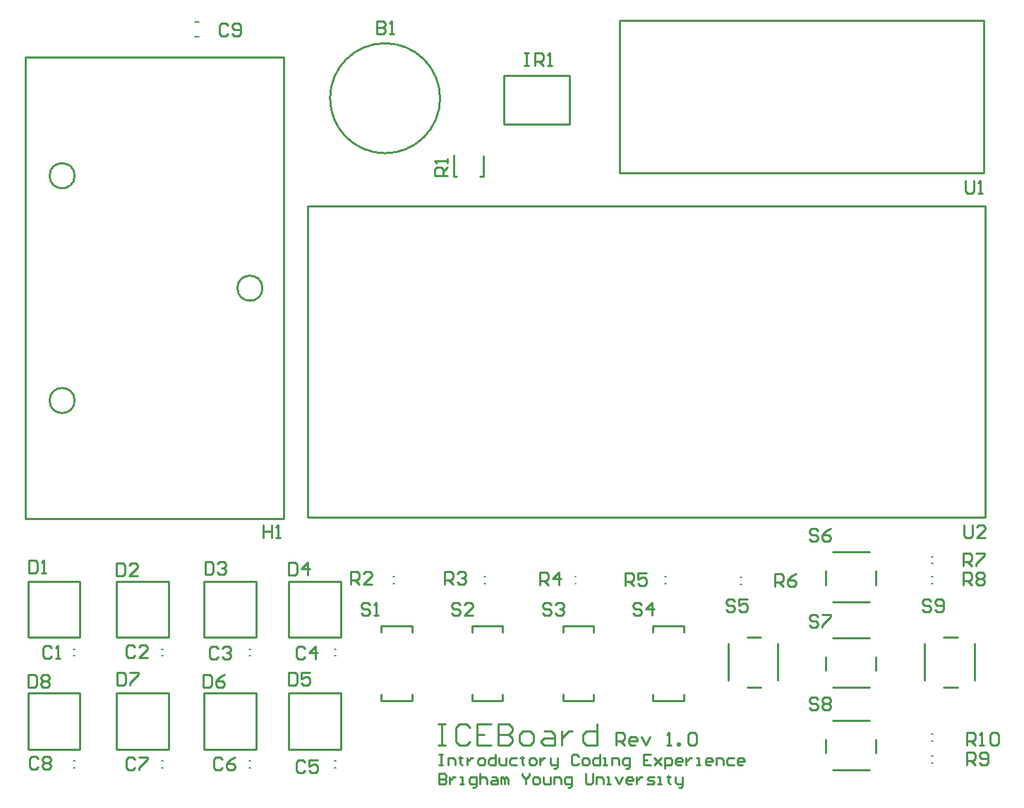
<source format=gto>
G04*
G04 #@! TF.GenerationSoftware,Altium Limited,Altium Designer,19.1.8 (144)*
G04*
G04 Layer_Color=65535*
%FSLAX24Y24*%
%MOIN*%
G70*
G01*
G75*
%ADD10C,0.0100*%
%ADD11C,0.0079*%
D10*
X3370Y29291D02*
G03*
X3370Y29291I-591J0D01*
G01*
X12240Y23980D02*
G03*
X12240Y23980I-591J0D01*
G01*
X3370Y18673D02*
G03*
X3370Y18673I-591J0D01*
G01*
X20630Y32953D02*
G03*
X20630Y32953I-2598J0D01*
G01*
X29101Y29439D02*
Y36639D01*
Y29439D02*
X46301D01*
Y36639D01*
X29101D02*
X46301D01*
X22520Y29250D02*
X22668D01*
Y30236D01*
X21268Y29264D02*
Y30250D01*
X21270Y29250D02*
X21418D01*
X34228Y5444D02*
Y7194D01*
X35128Y5128D02*
X35778D01*
X36578Y5444D02*
Y7194D01*
X35128Y7494D02*
X35778D01*
X41215Y9970D02*
Y10620D01*
X39165Y9170D02*
X40915D01*
X38848Y9970D02*
Y10620D01*
X39165Y11520D02*
X40915D01*
X39165Y7465D02*
X40915D01*
X38848Y5915D02*
Y6565D01*
X39165Y5115D02*
X40915D01*
X41215Y5915D02*
Y6565D01*
Y2018D02*
Y2668D01*
X39165Y1218D02*
X40915D01*
X38848Y2018D02*
Y2668D01*
X39165Y3568D02*
X40915D01*
X43519Y5444D02*
Y7194D01*
X44419Y5128D02*
X45069D01*
X45869Y5444D02*
Y7194D01*
X44419Y7494D02*
X45069D01*
X17846Y4476D02*
Y4776D01*
Y4476D02*
X19296D01*
Y4776D01*
X17846Y8026D02*
X19296D01*
X17846Y7726D02*
Y8026D01*
X19296Y7726D02*
Y8026D01*
X23587Y7726D02*
Y8026D01*
X22137Y7726D02*
Y8026D01*
X23587D01*
Y4476D02*
Y4776D01*
X22137Y4476D02*
X23587D01*
X22137D02*
Y4776D01*
X26428Y4476D02*
Y4776D01*
Y4476D02*
X27878D01*
Y4776D01*
X26428Y8026D02*
X27878D01*
X26428Y7726D02*
Y8026D01*
X27878Y7726D02*
Y8026D01*
X32130Y7726D02*
Y8026D01*
X30680Y7726D02*
Y8026D01*
X32130D01*
Y4476D02*
Y4776D01*
X30680Y4476D02*
X32130D01*
X30680D02*
Y4776D01*
X14393Y27843D02*
X46393D01*
X46393Y13143D01*
X14393D02*
X46393D01*
X14393D02*
Y27843D01*
X1046Y13108D02*
Y34908D01*
X13246D01*
Y13108D02*
Y34908D01*
X1046Y13108D02*
X13246D01*
X1172Y7485D02*
X3622D01*
X1172D02*
Y10135D01*
X3622D01*
Y7485D02*
Y10135D01*
X7795Y7485D02*
Y10135D01*
X5345D02*
X7795D01*
X5345Y7485D02*
Y10135D01*
Y7485D02*
X7795D01*
X9479D02*
X11929D01*
X9479D02*
Y10135D01*
X11929D01*
Y7485D02*
Y10135D01*
X15944Y7485D02*
Y10135D01*
X13494D02*
X15944D01*
X13494Y7485D02*
Y10135D01*
Y7485D02*
X15944D01*
X13494Y2209D02*
X15944D01*
X13494D02*
Y4859D01*
X15944D01*
Y2209D02*
Y4859D01*
X11929Y2209D02*
Y4859D01*
X9479D02*
X11929D01*
X9479Y2209D02*
Y4859D01*
Y2209D02*
X11929D01*
X5345D02*
X7795D01*
X5345D02*
Y4859D01*
X7795D01*
Y2209D02*
Y4859D01*
X3622Y2209D02*
Y4859D01*
X1172D02*
X3622D01*
X1172Y2209D02*
Y4859D01*
Y2209D02*
X3622D01*
X23659Y31718D02*
X26759D01*
Y34018D01*
X23659D02*
X26759D01*
X23659Y31718D02*
Y34018D01*
X28937Y2402D02*
Y3001D01*
X29237D01*
X29337Y2901D01*
Y2701D01*
X29237Y2602D01*
X28937D01*
X29137D02*
X29337Y2402D01*
X29837D02*
X29637D01*
X29537Y2502D01*
Y2701D01*
X29637Y2801D01*
X29837D01*
X29937Y2701D01*
Y2602D01*
X29537D01*
X30137Y2801D02*
X30337Y2402D01*
X30536Y2801D01*
X31336Y2402D02*
X31536D01*
X31436D01*
Y3001D01*
X31336Y2901D01*
X31836Y2402D02*
Y2502D01*
X31936D01*
Y2402D01*
X31836D01*
X32336Y2901D02*
X32436Y3001D01*
X32636D01*
X32736Y2901D01*
Y2502D01*
X32636Y2402D01*
X32436D01*
X32336Y2502D01*
Y2901D01*
X20591Y1957D02*
X20757D01*
X20674D01*
Y1457D01*
X20591D01*
X20757D01*
X21007D02*
Y1790D01*
X21257D01*
X21340Y1707D01*
Y1457D01*
X21590Y1873D02*
Y1790D01*
X21507D01*
X21674D01*
X21590D01*
Y1540D01*
X21674Y1457D01*
X21923Y1790D02*
Y1457D01*
Y1623D01*
X22007Y1707D01*
X22090Y1790D01*
X22173D01*
X22507Y1457D02*
X22673D01*
X22757Y1540D01*
Y1707D01*
X22673Y1790D01*
X22507D01*
X22423Y1707D01*
Y1540D01*
X22507Y1457D01*
X23256Y1957D02*
Y1457D01*
X23006D01*
X22923Y1540D01*
Y1707D01*
X23006Y1790D01*
X23256D01*
X23423D02*
Y1540D01*
X23506Y1457D01*
X23756D01*
Y1790D01*
X24256D02*
X24006D01*
X23923Y1707D01*
Y1540D01*
X24006Y1457D01*
X24256D01*
X24506Y1873D02*
Y1790D01*
X24423D01*
X24589D01*
X24506D01*
Y1540D01*
X24589Y1457D01*
X24922D02*
X25089D01*
X25172Y1540D01*
Y1707D01*
X25089Y1790D01*
X24922D01*
X24839Y1707D01*
Y1540D01*
X24922Y1457D01*
X25339Y1790D02*
Y1457D01*
Y1623D01*
X25422Y1707D01*
X25506Y1790D01*
X25589D01*
X25839D02*
Y1540D01*
X25922Y1457D01*
X26172D01*
Y1373D01*
X26089Y1290D01*
X26005D01*
X26172Y1457D02*
Y1790D01*
X27172Y1873D02*
X27088Y1957D01*
X26922D01*
X26839Y1873D01*
Y1540D01*
X26922Y1457D01*
X27088D01*
X27172Y1540D01*
X27422Y1457D02*
X27588D01*
X27672Y1540D01*
Y1707D01*
X27588Y1790D01*
X27422D01*
X27338Y1707D01*
Y1540D01*
X27422Y1457D01*
X28171Y1957D02*
Y1457D01*
X27922D01*
X27838Y1540D01*
Y1707D01*
X27922Y1790D01*
X28171D01*
X28338Y1457D02*
X28505D01*
X28421D01*
Y1790D01*
X28338D01*
X28755Y1457D02*
Y1790D01*
X29004D01*
X29088Y1707D01*
Y1457D01*
X29421Y1290D02*
X29504D01*
X29588Y1373D01*
Y1790D01*
X29338D01*
X29254Y1707D01*
Y1540D01*
X29338Y1457D01*
X29588D01*
X30587Y1957D02*
X30254D01*
Y1457D01*
X30587D01*
X30254Y1707D02*
X30421D01*
X30754Y1790D02*
X31087Y1457D01*
X30921Y1623D01*
X31087Y1790D01*
X30754Y1457D01*
X31254Y1290D02*
Y1790D01*
X31504D01*
X31587Y1707D01*
Y1540D01*
X31504Y1457D01*
X31254D01*
X32004D02*
X31837D01*
X31754Y1540D01*
Y1707D01*
X31837Y1790D01*
X32004D01*
X32087Y1707D01*
Y1623D01*
X31754D01*
X32253Y1790D02*
Y1457D01*
Y1623D01*
X32337Y1707D01*
X32420Y1790D01*
X32503D01*
X32753Y1457D02*
X32920D01*
X32837D01*
Y1790D01*
X32753D01*
X33420Y1457D02*
X33253D01*
X33170Y1540D01*
Y1707D01*
X33253Y1790D01*
X33420D01*
X33503Y1707D01*
Y1623D01*
X33170D01*
X33670Y1457D02*
Y1790D01*
X33920D01*
X34003Y1707D01*
Y1457D01*
X34503Y1790D02*
X34253D01*
X34169Y1707D01*
Y1540D01*
X34253Y1457D01*
X34503D01*
X34919D02*
X34753D01*
X34669Y1540D01*
Y1707D01*
X34753Y1790D01*
X34919D01*
X35003Y1707D01*
Y1623D01*
X34669D01*
X20591Y1051D02*
Y551D01*
X20840D01*
X20924Y634D01*
Y718D01*
X20840Y801D01*
X20591D01*
X20840D01*
X20924Y884D01*
Y968D01*
X20840Y1051D01*
X20591D01*
X21090Y884D02*
Y551D01*
Y718D01*
X21174Y801D01*
X21257Y884D01*
X21340D01*
X21590Y551D02*
X21757D01*
X21674D01*
Y884D01*
X21590D01*
X22173Y385D02*
X22257D01*
X22340Y468D01*
Y884D01*
X22090D01*
X22007Y801D01*
Y634D01*
X22090Y551D01*
X22340D01*
X22507Y1051D02*
Y551D01*
Y801D01*
X22590Y884D01*
X22757D01*
X22840Y801D01*
Y551D01*
X23090Y884D02*
X23256D01*
X23340Y801D01*
Y551D01*
X23090D01*
X23006Y634D01*
X23090Y718D01*
X23340D01*
X23506Y551D02*
Y884D01*
X23590D01*
X23673Y801D01*
Y551D01*
Y801D01*
X23756Y884D01*
X23839Y801D01*
Y551D01*
X24506Y1051D02*
Y968D01*
X24673Y801D01*
X24839Y968D01*
Y1051D01*
X24673Y801D02*
Y551D01*
X25089D02*
X25256D01*
X25339Y634D01*
Y801D01*
X25256Y884D01*
X25089D01*
X25006Y801D01*
Y634D01*
X25089Y551D01*
X25506Y884D02*
Y634D01*
X25589Y551D01*
X25839D01*
Y884D01*
X26005Y551D02*
Y884D01*
X26255D01*
X26339Y801D01*
Y551D01*
X26672Y385D02*
X26755D01*
X26839Y468D01*
Y884D01*
X26589D01*
X26505Y801D01*
Y634D01*
X26589Y551D01*
X26839D01*
X27505Y1051D02*
Y634D01*
X27588Y551D01*
X27755D01*
X27838Y634D01*
Y1051D01*
X28005Y551D02*
Y884D01*
X28255D01*
X28338Y801D01*
Y551D01*
X28505D02*
X28671D01*
X28588D01*
Y884D01*
X28505D01*
X28921D02*
X29088Y551D01*
X29254Y884D01*
X29671Y551D02*
X29504D01*
X29421Y634D01*
Y801D01*
X29504Y884D01*
X29671D01*
X29754Y801D01*
Y718D01*
X29421D01*
X29921Y884D02*
Y551D01*
Y718D01*
X30004Y801D01*
X30087Y884D01*
X30171D01*
X30421Y551D02*
X30671D01*
X30754Y634D01*
X30671Y718D01*
X30504D01*
X30421Y801D01*
X30504Y884D01*
X30754D01*
X30921Y551D02*
X31087D01*
X31004D01*
Y884D01*
X30921D01*
X31420Y968D02*
Y884D01*
X31337D01*
X31504D01*
X31420D01*
Y634D01*
X31504Y551D01*
X31754Y884D02*
Y634D01*
X31837Y551D01*
X32087D01*
Y468D01*
X32004Y385D01*
X31920D01*
X32087Y551D02*
Y884D01*
X20551Y3401D02*
X20884D01*
X20718D01*
Y2402D01*
X20551D01*
X20884D01*
X22051Y3235D02*
X21884Y3401D01*
X21551D01*
X21384Y3235D01*
Y2568D01*
X21551Y2402D01*
X21884D01*
X22051Y2568D01*
X23050Y3401D02*
X22384D01*
Y2402D01*
X23050D01*
X22384Y2901D02*
X22717D01*
X23384Y3401D02*
Y2402D01*
X23883D01*
X24050Y2568D01*
Y2735D01*
X23883Y2901D01*
X23384D01*
X23883D01*
X24050Y3068D01*
Y3235D01*
X23883Y3401D01*
X23384D01*
X24550Y2402D02*
X24883D01*
X25050Y2568D01*
Y2901D01*
X24883Y3068D01*
X24550D01*
X24383Y2901D01*
Y2568D01*
X24550Y2402D01*
X25550Y3068D02*
X25883D01*
X26049Y2901D01*
Y2402D01*
X25550D01*
X25383Y2568D01*
X25550Y2735D01*
X26049D01*
X26383Y3068D02*
Y2402D01*
Y2735D01*
X26549Y2901D01*
X26716Y3068D01*
X26882D01*
X28049Y3401D02*
Y2402D01*
X27549D01*
X27382Y2568D01*
Y2901D01*
X27549Y3068D01*
X28049D01*
X10597Y36405D02*
X10497Y36505D01*
X10297D01*
X10197Y36405D01*
Y36005D01*
X10297Y35906D01*
X10497D01*
X10597Y36005D01*
X10797D02*
X10897Y35906D01*
X11097D01*
X11197Y36005D01*
Y36405D01*
X11097Y36505D01*
X10897D01*
X10797Y36405D01*
Y36305D01*
X10897Y36205D01*
X11197D01*
X45433Y29064D02*
Y28565D01*
X45533Y28465D01*
X45733D01*
X45833Y28565D01*
Y29064D01*
X46033Y28465D02*
X46233D01*
X46133D01*
Y29064D01*
X46033Y28964D01*
X29390Y9921D02*
Y10521D01*
X29690D01*
X29790Y10421D01*
Y10221D01*
X29690Y10121D01*
X29390D01*
X29590D02*
X29790Y9921D01*
X30389Y10521D02*
X29990D01*
Y10221D01*
X30190Y10321D01*
X30289D01*
X30389Y10221D01*
Y10021D01*
X30289Y9921D01*
X30090D01*
X29990Y10021D01*
X25335Y9961D02*
Y10560D01*
X25635D01*
X25735Y10460D01*
Y10261D01*
X25635Y10161D01*
X25335D01*
X25535D02*
X25735Y9961D01*
X26234D02*
Y10560D01*
X25934Y10261D01*
X26334D01*
X45362Y12805D02*
Y12305D01*
X45462Y12205D01*
X45662D01*
X45762Y12305D01*
Y12805D01*
X46362Y12205D02*
X45962D01*
X46362Y12605D01*
Y12705D01*
X46262Y12805D01*
X46062D01*
X45962Y12705D01*
X20846Y10000D02*
Y10600D01*
X21146D01*
X21246Y10500D01*
Y10300D01*
X21146Y10200D01*
X20846D01*
X21046D02*
X21246Y10000D01*
X21446Y10500D02*
X21546Y10600D01*
X21746D01*
X21846Y10500D01*
Y10400D01*
X21746Y10300D01*
X21646D01*
X21746D01*
X21846Y10200D01*
Y10100D01*
X21746Y10000D01*
X21546D01*
X21446Y10100D01*
X30130Y9030D02*
X30030Y9130D01*
X29830D01*
X29730Y9030D01*
Y8930D01*
X29830Y8830D01*
X30030D01*
X30130Y8730D01*
Y8630D01*
X30030Y8530D01*
X29830D01*
X29730Y8630D01*
X30630Y8530D02*
Y9130D01*
X30330Y8830D01*
X30730D01*
X25880Y9030D02*
X25780Y9130D01*
X25580D01*
X25480Y9030D01*
Y8930D01*
X25580Y8830D01*
X25780D01*
X25880Y8730D01*
Y8630D01*
X25780Y8530D01*
X25580D01*
X25480Y8630D01*
X26080Y9030D02*
X26180Y9130D01*
X26380D01*
X26480Y9030D01*
Y8930D01*
X26380Y8830D01*
X26280D01*
X26380D01*
X26480Y8730D01*
Y8630D01*
X26380Y8530D01*
X26180D01*
X26080Y8630D01*
X21590Y9030D02*
X21490Y9130D01*
X21290D01*
X21190Y9030D01*
Y8930D01*
X21290Y8830D01*
X21490D01*
X21590Y8730D01*
Y8630D01*
X21490Y8530D01*
X21290D01*
X21190Y8630D01*
X22190Y8530D02*
X21790D01*
X22190Y8930D01*
Y9030D01*
X22090Y9130D01*
X21890D01*
X21790Y9030D01*
X17300D02*
X17200Y9130D01*
X17000D01*
X16900Y9030D01*
Y8930D01*
X17000Y8830D01*
X17200D01*
X17300Y8730D01*
Y8630D01*
X17200Y8530D01*
X17000D01*
X16900Y8630D01*
X17500Y8530D02*
X17700D01*
X17600D01*
Y9130D01*
X17500Y9030D01*
X1660Y1760D02*
X1560Y1860D01*
X1360D01*
X1260Y1760D01*
Y1360D01*
X1360Y1260D01*
X1560D01*
X1660Y1360D01*
X1860Y1760D02*
X1960Y1860D01*
X2160D01*
X2260Y1760D01*
Y1660D01*
X2160Y1560D01*
X2260Y1460D01*
Y1360D01*
X2160Y1260D01*
X1960D01*
X1860Y1360D01*
Y1460D01*
X1960Y1560D01*
X1860Y1660D01*
Y1760D01*
X1960Y1560D02*
X2160D01*
X6227Y1720D02*
X6127Y1820D01*
X5927D01*
X5827Y1720D01*
Y1320D01*
X5927Y1220D01*
X6127D01*
X6227Y1320D01*
X6427Y1820D02*
X6826D01*
Y1720D01*
X6427Y1320D01*
Y1220D01*
X10339Y1720D02*
X10239Y1820D01*
X10039D01*
X9939Y1720D01*
Y1320D01*
X10039Y1220D01*
X10239D01*
X10339Y1320D01*
X10939Y1820D02*
X10739Y1720D01*
X10539Y1520D01*
Y1320D01*
X10639Y1220D01*
X10839D01*
X10939Y1320D01*
Y1420D01*
X10839Y1520D01*
X10539D01*
X14258Y1602D02*
X14158Y1702D01*
X13958D01*
X13858Y1602D01*
Y1202D01*
X13958Y1102D01*
X14158D01*
X14258Y1202D01*
X14858Y1702D02*
X14458D01*
Y1402D01*
X14658Y1502D01*
X14758D01*
X14858Y1402D01*
Y1202D01*
X14758Y1102D01*
X14558D01*
X14458Y1202D01*
X14258Y6957D02*
X14158Y7056D01*
X13958D01*
X13858Y6957D01*
Y6557D01*
X13958Y6457D01*
X14158D01*
X14258Y6557D01*
X14758Y6457D02*
Y7056D01*
X14458Y6757D01*
X14858D01*
X10144Y6957D02*
X10044Y7056D01*
X9844D01*
X9744Y6957D01*
Y6557D01*
X9844Y6457D01*
X10044D01*
X10144Y6557D01*
X10344Y6957D02*
X10444Y7056D01*
X10644D01*
X10744Y6957D01*
Y6857D01*
X10644Y6757D01*
X10544D01*
X10644D01*
X10744Y6657D01*
Y6557D01*
X10644Y6457D01*
X10444D01*
X10344Y6557D01*
X6207Y7035D02*
X6107Y7135D01*
X5907D01*
X5807Y7035D01*
Y6635D01*
X5907Y6535D01*
X6107D01*
X6207Y6635D01*
X6807Y6535D02*
X6407D01*
X6807Y6935D01*
Y7035D01*
X6707Y7135D01*
X6507D01*
X6407Y7035D01*
X2290Y6996D02*
X2190Y7096D01*
X1990D01*
X1890Y6996D01*
Y6596D01*
X1990Y6496D01*
X2190D01*
X2290Y6596D01*
X2490Y6496D02*
X2690D01*
X2590D01*
Y7096D01*
X2490Y6996D01*
X45512Y2402D02*
Y3001D01*
X45812D01*
X45912Y2901D01*
Y2701D01*
X45812Y2602D01*
X45512D01*
X45712D02*
X45912Y2402D01*
X46112D02*
X46312D01*
X46212D01*
Y3001D01*
X46112Y2901D01*
X46611D02*
X46711Y3001D01*
X46911D01*
X47011Y2901D01*
Y2502D01*
X46911Y2402D01*
X46711D01*
X46611Y2502D01*
Y2901D01*
X45512Y1457D02*
Y2057D01*
X45812D01*
X45912Y1957D01*
Y1757D01*
X45812Y1657D01*
X45512D01*
X45712D02*
X45912Y1457D01*
X46112Y1557D02*
X46212Y1457D01*
X46412D01*
X46511Y1557D01*
Y1957D01*
X46412Y2057D01*
X46212D01*
X46112Y1957D01*
Y1857D01*
X46212Y1757D01*
X46511D01*
X45354Y9961D02*
Y10560D01*
X45654D01*
X45754Y10460D01*
Y10261D01*
X45654Y10161D01*
X45354D01*
X45554D02*
X45754Y9961D01*
X45954Y10460D02*
X46054Y10560D01*
X46254D01*
X46354Y10460D01*
Y10360D01*
X46254Y10261D01*
X46354Y10161D01*
Y10061D01*
X46254Y9961D01*
X46054D01*
X45954Y10061D01*
Y10161D01*
X46054Y10261D01*
X45954Y10360D01*
Y10460D01*
X46054Y10261D02*
X46254D01*
X45354Y10866D02*
Y11466D01*
X45654D01*
X45754Y11366D01*
Y11166D01*
X45654Y11066D01*
X45354D01*
X45554D02*
X45754Y10866D01*
X45954Y11466D02*
X46354D01*
Y11366D01*
X45954Y10966D01*
Y10866D01*
X36457Y9882D02*
Y10482D01*
X36757D01*
X36857Y10382D01*
Y10182D01*
X36757Y10082D01*
X36457D01*
X36657D02*
X36857Y9882D01*
X37456Y10482D02*
X37256Y10382D01*
X37057Y10182D01*
Y9982D01*
X37156Y9882D01*
X37356D01*
X37456Y9982D01*
Y10082D01*
X37356Y10182D01*
X37057D01*
X16398Y10000D02*
Y10600D01*
X16698D01*
X16798Y10500D01*
Y10300D01*
X16698Y10200D01*
X16398D01*
X16598D02*
X16798Y10000D01*
X17397D02*
X16997D01*
X17397Y10400D01*
Y10500D01*
X17297Y10600D01*
X17097D01*
X16997Y10500D01*
X17638Y36584D02*
Y35984D01*
X17938D01*
X18038Y36084D01*
Y36184D01*
X17938Y36284D01*
X17638D01*
X17938D01*
X18038Y36384D01*
Y36484D01*
X17938Y36584D01*
X17638D01*
X18238Y35984D02*
X18438D01*
X18338D01*
Y36584D01*
X18238Y36484D01*
X43820Y9190D02*
X43720Y9290D01*
X43520D01*
X43420Y9190D01*
Y9090D01*
X43520Y8990D01*
X43720D01*
X43820Y8890D01*
Y8790D01*
X43720Y8690D01*
X43520D01*
X43420Y8790D01*
X44020D02*
X44120Y8690D01*
X44320D01*
X44420Y8790D01*
Y9190D01*
X44320Y9290D01*
X44120D01*
X44020Y9190D01*
Y9090D01*
X44120Y8990D01*
X44420D01*
X38462Y4566D02*
X38362Y4666D01*
X38162D01*
X38062Y4566D01*
Y4466D01*
X38162Y4366D01*
X38362D01*
X38462Y4266D01*
Y4166D01*
X38362Y4066D01*
X38162D01*
X38062Y4166D01*
X38662Y4566D02*
X38762Y4666D01*
X38962D01*
X39062Y4566D01*
Y4466D01*
X38962Y4366D01*
X39062Y4266D01*
Y4166D01*
X38962Y4066D01*
X38762D01*
X38662Y4166D01*
Y4266D01*
X38762Y4366D01*
X38662Y4466D01*
Y4566D01*
X38762Y4366D02*
X38962D01*
X38462Y8466D02*
X38362Y8566D01*
X38162D01*
X38062Y8466D01*
Y8366D01*
X38162Y8266D01*
X38362D01*
X38462Y8166D01*
Y8066D01*
X38362Y7966D01*
X38162D01*
X38062Y8066D01*
X38662Y8566D02*
X39062D01*
Y8466D01*
X38662Y8066D01*
Y7966D01*
X38462Y12516D02*
X38362Y12616D01*
X38162D01*
X38062Y12516D01*
Y12416D01*
X38162Y12316D01*
X38362D01*
X38462Y12216D01*
Y12116D01*
X38362Y12016D01*
X38162D01*
X38062Y12116D01*
X39062Y12616D02*
X38862Y12516D01*
X38662Y12316D01*
Y12116D01*
X38762Y12016D01*
X38962D01*
X39062Y12116D01*
Y12216D01*
X38962Y12316D01*
X38662D01*
X34530Y9190D02*
X34430Y9290D01*
X34230D01*
X34130Y9190D01*
Y9090D01*
X34230Y8990D01*
X34430D01*
X34530Y8890D01*
Y8790D01*
X34430Y8690D01*
X34230D01*
X34130Y8790D01*
X35130Y9290D02*
X34730D01*
Y8990D01*
X34930Y9090D01*
X35030D01*
X35130Y8990D01*
Y8790D01*
X35030Y8690D01*
X34830D01*
X34730Y8790D01*
X20984Y29291D02*
X20384D01*
Y29591D01*
X20484Y29691D01*
X20684D01*
X20784Y29591D01*
Y29291D01*
Y29491D02*
X20984Y29691D01*
Y29891D02*
Y30091D01*
Y29991D01*
X20384D01*
X20484Y29891D01*
X12283Y12805D02*
Y12205D01*
Y12505D01*
X12683D01*
Y12805D01*
Y12205D01*
X12883D02*
X13083D01*
X12983D01*
Y12805D01*
X12883Y12705D01*
X1181Y5718D02*
Y5118D01*
X1481D01*
X1581Y5218D01*
Y5618D01*
X1481Y5718D01*
X1181D01*
X1781Y5618D02*
X1881Y5718D01*
X2081D01*
X2181Y5618D01*
Y5518D01*
X2081Y5418D01*
X2181Y5318D01*
Y5218D01*
X2081Y5118D01*
X1881D01*
X1781Y5218D01*
Y5318D01*
X1881Y5418D01*
X1781Y5518D01*
Y5618D01*
X1881Y5418D02*
X2081D01*
X5394Y5836D02*
Y5236D01*
X5694D01*
X5794Y5336D01*
Y5736D01*
X5694Y5836D01*
X5394D01*
X5994D02*
X6393D01*
Y5736D01*
X5994Y5336D01*
Y5236D01*
X9449Y5718D02*
Y5118D01*
X9749D01*
X9849Y5218D01*
Y5618D01*
X9749Y5718D01*
X9449D01*
X10448D02*
X10249Y5618D01*
X10049Y5418D01*
Y5218D01*
X10149Y5118D01*
X10349D01*
X10448Y5218D01*
Y5318D01*
X10349Y5418D01*
X10049D01*
X13465Y5836D02*
Y5236D01*
X13764D01*
X13864Y5336D01*
Y5736D01*
X13764Y5836D01*
X13465D01*
X14464D02*
X14064D01*
Y5536D01*
X14264Y5636D01*
X14364D01*
X14464Y5536D01*
Y5336D01*
X14364Y5236D01*
X14164D01*
X14064Y5336D01*
X24618Y35088D02*
X24818D01*
X24718D01*
Y34488D01*
X24618D01*
X24818D01*
X25118D02*
Y35088D01*
X25418D01*
X25518Y34988D01*
Y34788D01*
X25418Y34688D01*
X25118D01*
X25318D02*
X25518Y34488D01*
X25718D02*
X25918D01*
X25818D01*
Y35088D01*
X25718Y34988D01*
X13465Y11033D02*
Y10433D01*
X13764D01*
X13864Y10533D01*
Y10933D01*
X13764Y11033D01*
X13465D01*
X14364Y10433D02*
Y11033D01*
X14064Y10733D01*
X14464D01*
X9528Y11072D02*
Y10472D01*
X9827D01*
X9927Y10572D01*
Y10972D01*
X9827Y11072D01*
X9528D01*
X10127Y10972D02*
X10227Y11072D01*
X10427D01*
X10527Y10972D01*
Y10872D01*
X10427Y10772D01*
X10327D01*
X10427D01*
X10527Y10672D01*
Y10572D01*
X10427Y10472D01*
X10227D01*
X10127Y10572D01*
X5354Y10994D02*
Y10394D01*
X5654D01*
X5754Y10494D01*
Y10894D01*
X5654Y10994D01*
X5354D01*
X6354Y10394D02*
X5954D01*
X6354Y10794D01*
Y10894D01*
X6254Y10994D01*
X6054D01*
X5954Y10894D01*
X1220Y11112D02*
Y10512D01*
X1520D01*
X1620Y10612D01*
Y11012D01*
X1520Y11112D01*
X1220D01*
X1820Y10512D02*
X2020D01*
X1920D01*
Y11112D01*
X1820Y11012D01*
D11*
X9034Y36570D02*
X9234D01*
X9034Y35870D02*
X9234D01*
X3317Y6929D02*
X3376D01*
X3317Y6614D02*
X3376D01*
X7490D02*
X7549D01*
X7490Y6929D02*
X7549D01*
X11624D02*
X11683D01*
X11624Y6614D02*
X11683D01*
X15640D02*
X15699D01*
X15640Y6929D02*
X15699D01*
X15640Y1654D02*
X15699D01*
X15640Y1339D02*
X15699D01*
X11624D02*
X11683D01*
X11624Y1654D02*
X11683D01*
X7490D02*
X7549D01*
X7490Y1339D02*
X7549D01*
X3317D02*
X3376D01*
X3317Y1654D02*
X3376D01*
X31250Y10039D02*
X31309D01*
X31250Y10354D02*
X31309D01*
X26998Y10039D02*
X27057D01*
X26998Y10354D02*
X27057D01*
X22707D02*
X22766D01*
X22707Y10039D02*
X22766D01*
X43858Y2913D02*
X43917D01*
X43858Y2598D02*
X43917D01*
X43858Y1890D02*
X43917D01*
X43858Y1575D02*
X43917D01*
X43858Y10354D02*
X43917D01*
X43858Y10039D02*
X43917D01*
X43858Y11299D02*
X43917D01*
X43858Y10984D02*
X43917D01*
X34813Y10315D02*
X34872D01*
X34813Y10000D02*
X34872D01*
X18415Y10039D02*
X18474D01*
X18415Y10354D02*
X18474D01*
M02*

</source>
